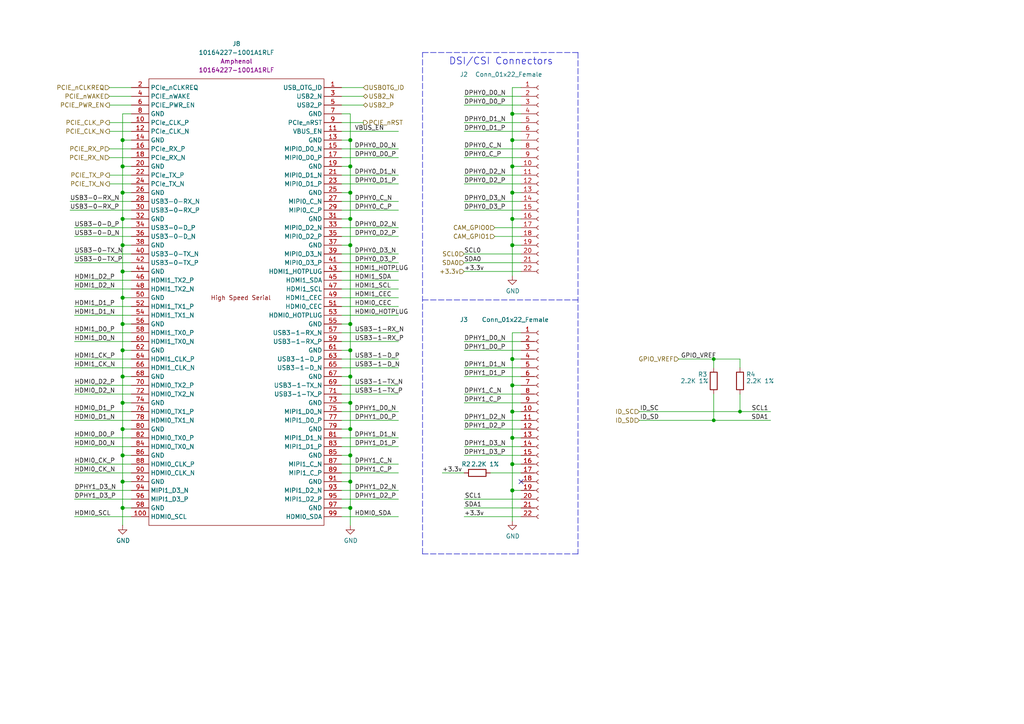
<source format=kicad_sch>
(kicad_sch (version 20231120) (generator "eeschema") (generator_version "8.0")
  (paper "A4")
  (title_block (title "Compute Module 5 IO Board - CM5 - Highspeed") (rev "1") (company "Copyright © 2024 Raspberry Pi Ltd.") (comment 1 "www.raspberrypi.com"))
  (lib_symbols
    (symbol "Connector:Conn_01x22_Socket" (pin_names (offset 1.016) hide)
      (property "Reference" "J" (at 0 27.94 0))
      (property "Value" "Conn_01x22_Socket" (at 0 -30.48 0))
      (symbol "Conn_01x22_Socket_1_1"
        (arc (start 0 -27.432) (mid -0.5058 -27.94) (end 0 -28.448) (stroke (width 0.1524)))
        (arc (start 0 -24.892) (mid -0.5058 -25.4) (end 0 -25.908) (stroke (width 0.1524)))
        (arc (start 0 -22.352) (mid -0.5058 -22.86) (end 0 -23.368) (stroke (width 0.1524)))
        (arc (start 0 -19.812) (mid -0.5058 -20.32) (end 0 -20.828) (stroke (width 0.1524)))
        (arc (start 0 -17.272) (mid -0.5058 -17.78) (end 0 -18.288) (stroke (width 0.1524)))
        (arc (start 0 -14.732) (mid -0.5058 -15.24) (end 0 -15.748) (stroke (width 0.1524)))
        (arc (start 0 -12.192) (mid -0.5058 -12.7) (end 0 -13.208) (stroke (width 0.1524)))
        (arc (start 0 -9.652) (mid -0.5058 -10.16) (end 0 -10.668) (stroke (width 0.1524)))
        (arc (start 0 -7.112) (mid -0.5058 -7.62) (end 0 -8.128) (stroke (width 0.1524)))
        (arc (start 0 -4.572) (mid -0.5058 -5.08) (end 0 -5.588) (stroke (width 0.1524)))
        (arc (start 0 -2.032) (mid -0.5058 -2.54) (end 0 -3.048) (stroke (width 0.1524)))
        (polyline (pts (xy -1.27 -27.94) (xy -0.508 -27.94)) (stroke (width 0.1524)))
        (polyline (pts (xy -1.27 -25.4) (xy -0.508 -25.4)) (stroke (width 0.1524)))
        (polyline (pts (xy -1.27 -22.86) (xy -0.508 -22.86)) (stroke (width 0.1524)))
        (polyline (pts (xy -1.27 -20.32) (xy -0.508 -20.32)) (stroke (width 0.1524)))
        (polyline (pts (xy -1.27 -17.78) (xy -0.508 -17.78)) (stroke (width 0.1524)))
        (polyline (pts (xy -1.27 -15.24) (xy -0.508 -15.24)) (stroke (width 0.1524)))
        (polyline (pts (xy -1.27 -12.7) (xy -0.508 -12.7)) (stroke (width 0.1524)))
        (polyline (pts (xy -1.27 -10.16) (xy -0.508 -10.16)) (stroke (width 0.1524)))
        (polyline (pts (xy -1.27 -7.62) (xy -0.508 -7.62)) (stroke (width 0.1524)))
        (polyline (pts (xy -1.27 -5.08) (xy -0.508 -5.08)) (stroke (width 0.1524)))
        (polyline (pts (xy -1.27 -2.54) (xy -0.508 -2.54)) (stroke (width 0.1524)))
        (polyline (pts (xy -1.27 0) (xy -0.508 0)) (stroke (width 0.1524)))
        (polyline (pts (xy -1.27 2.54) (xy -0.508 2.54)) (stroke (width 0.1524)))
        (polyline (pts (xy -1.27 5.08) (xy -0.508 5.08)) (stroke (width 0.1524)))
        (polyline (pts (xy -1.27 7.62) (xy -0.508 7.62)) (stroke (width 0.1524)))
        (polyline (pts (xy -1.27 10.16) (xy -0.508 10.16)) (stroke (width 0.1524)))
        (polyline (pts (xy -1.27 12.7) (xy -0.508 12.7)) (stroke (width 0.1524)))
        (polyline (pts (xy -1.27 15.24) (xy -0.508 15.24)) (stroke (width 0.1524)))
        (polyline (pts (xy -1.27 17.78) (xy -0.508 17.78)) (stroke (width 0.1524)))
        (polyline (pts (xy -1.27 20.32) (xy -0.508 20.32)) (stroke (width 0.1524)))
        (polyline (pts (xy -1.27 22.86) (xy -0.508 22.86)) (stroke (width 0.1524)))
        (polyline (pts (xy -1.27 25.4) (xy -0.508 25.4)) (stroke (width 0.1524)))
        (arc (start 0 0.508) (mid -0.5058 0) (end 0 -0.508) (stroke (width 0.1524)))
        (arc (start 0 3.048) (mid -0.5058 2.54) (end 0 2.032) (stroke (width 0.1524)))
        (arc (start 0 5.588) (mid -0.5058 5.08) (end 0 4.572) (stroke (width 0.1524)))
        (arc (start 0 8.128) (mid -0.5058 7.62) (end 0 7.112) (stroke (width 0.1524)))
        (arc (start 0 10.668) (mid -0.5058 10.16) (end 0 9.652) (stroke (width 0.1524)))
        (arc (start 0 13.208) (mid -0.5058 12.7) (end 0 12.192) (stroke (width 0.1524)))
        (arc (start 0 15.748) (mid -0.5058 15.24) (end 0 14.732) (stroke (width 0.1524)))
        (arc (start 0 18.288) (mid -0.5058 17.78) (end 0 17.272) (stroke (width 0.1524)))
        (arc (start 0 20.828) (mid -0.5058 20.32) (end 0 19.812) (stroke (width 0.1524)))
        (arc (start 0 23.368) (mid -0.5058 22.86) (end 0 22.352) (stroke (width 0.1524)))
        (arc (start 0 25.908) (mid -0.5058 25.4) (end 0 24.892) (stroke (width 0.1524)))
        (pin passive line (at -5.08 25.4 0) (length 3.81) (name "Pin_1") (number "1"))
        (pin passive line (at -5.08 2.54 0) (length 3.81) (name "Pin_10") (number "10"))
        (pin passive line (at -5.08 0 0) (length 3.81) (name "Pin_11") (number "11"))
        (pin passive line (at -5.08 -2.54 0) (length 3.81) (name "Pin_12") (number "12"))
        (pin passive line (at -5.08 -5.08 0) (length 3.81) (name "Pin_13") (number "13"))
        (pin passive line (at -5.08 -7.62 0) (length 3.81) (name "Pin_14") (number "14"))
        (pin passive line (at -5.08 -10.16 0) (length 3.81) (name "Pin_15") (number "15"))
        (pin passive line (at -5.08 -12.7 0) (length 3.81) (name "Pin_16") (number "16"))
        (pin passive line (at -5.08 -15.24 0) (length 3.81) (name "Pin_17") (number "17"))
        (pin passive line (at -5.08 -17.78 0) (length 3.81) (name "Pin_18") (number "18"))
        (pin passive line (at -5.08 -20.32 0) (length 3.81) (name "Pin_19") (number "19"))
        (pin passive line (at -5.08 22.86 0) (length 3.81) (name "Pin_2") (number "2"))
        (pin passive line (at -5.08 -22.86 0) (length 3.81) (name "Pin_20") (number "20"))
        (pin passive line (at -5.08 -25.4 0) (length 3.81) (name "Pin_21") (number "21"))
        (pin passive line (at -5.08 -27.94 0) (length 3.81) (name "Pin_22") (number "22"))
        (pin passive line (at -5.08 20.32 0) (length 3.81) (name "Pin_3") (number "3"))
        (pin passive line (at -5.08 17.78 0) (length 3.81) (name "Pin_4") (number "4"))
        (pin passive line (at -5.08 15.24 0) (length 3.81) (name "Pin_5") (number "5"))
        (pin passive line (at -5.08 12.7 0) (length 3.81) (name "Pin_6") (number "6"))
        (pin passive line (at -5.08 10.16 0) (length 3.81) (name "Pin_7") (number "7"))
        (pin passive line (at -5.08 7.62 0) (length 3.81) (name "Pin_8") (number "8"))
        (pin passive line (at -5.08 5.08 0) (length 3.81) (name "Pin_9") (number "9"))
      )
    )
    (symbol "Device:R" (pin_numbers hide) (pin_names (offset 0))
      (property "Reference" "R" (at 2.032 0 90))
      (property "Value" "R" (at 0 0 90))
      (symbol "R_0_1"
        (rectangle (start -1.016 -2.54) (end 1.016 2.54) (stroke (width 0.254)))
      )
      (symbol "R_1_1"
        (pin passive line (at 0 3.81 270) (length 1.27) (name "~") (number "1"))
        (pin passive line (at 0 -3.81 90) (length 1.27) (name "~") (number "2"))
      )
    )
    (symbol "cm5_b:CM5_b"
      (property "Reference" "J" (at 113.03 -68.58 0))
      (property "Value" "CM5_b" (at 140.97 2.54 0))
      (property "Field4" "Amphenol" (at 0 0 0))
      (property "Field5" "2x 10164227-1001A1RLF" (at 0 -2.54 0))
      (symbol "CM5_b_1_1"
        (rectangle (start -25.4 -63.5) (end 25.4 66.04))
        (text "High Speed Serial" (at 1.27 2.54 0) (effects (font (size 1.27 1.27))))
        (pin input line (at 30.48 63.5 180) (length 5.08) (name "USB_OTG_ID") (number "1"))
        (pin output line (at -30.48 53.34 0) (length 5.08) (name "PCIe_CLK_P") (number "10"))
        (pin open_collector line (at -30.48 -60.96 0) (length 5.08) (name "HDMI0_SCL") (number "100"))
        (pin output line (at 30.48 50.8 180) (length 5.08) (name "VBUS_EN") (number "11"))
        (pin output line (at -30.48 50.8 0) (length 5.08) (name "PCIe_CLK_N") (number "12"))
        (pin power_in line (at 30.48 48.26 180) (length 5.08) (name "GND") (number "13"))
        (pin power_in line (at -30.48 48.26 0) (length 5.08) (name "GND") (number "14"))
        (pin input line (at 30.48 45.72 180) (length 5.08) (name "MIPI0_D0_N") (number "15"))
        (pin input line (at -30.48 45.72 0) (length 5.08) (name "PCIe_RX_P") (number "16"))
        (pin input line (at 30.48 43.18 180) (length 5.08) (name "MIPI0_D0_P") (number "17"))
        (pin input line (at -30.48 43.18 0) (length 5.08) (name "PCIe_RX_N") (number "18"))
        (pin power_in line (at 30.48 40.64 180) (length 5.08) (name "GND") (number "19"))
        (pin input line (at -30.48 63.5 0) (length 5.08) (name "PCIe_nCLKREQ") (number "2"))
        (pin power_in line (at -30.48 40.64 0) (length 5.08) (name "GND") (number "20"))
        (pin input line (at 30.48 38.1 180) (length 5.08) (name "MIPI0_D1_N") (number "21"))
        (pin output line (at -30.48 38.1 0) (length 5.08) (name "PCIe_TX_P") (number "22"))
        (pin input line (at 30.48 35.56 180) (length 5.08) (name "MIPI0_D1_P") (number "23"))
        (pin output line (at -30.48 35.56 0) (length 5.08) (name "PCIe_TX_N") (number "24"))
        (pin power_in line (at 30.48 33.02 180) (length 5.08) (name "GND") (number "25"))
        (pin power_in line (at -30.48 33.02 0) (length 5.08) (name "GND") (number "26"))
        (pin input line (at 30.48 30.48 180) (length 5.08) (name "MIPI0_C_N") (number "27"))
        (pin input line (at -30.48 30.48 0) (length 5.08) (name "USB3-0-RX_N") (number "28"))
        (pin input line (at 30.48 27.94 180) (length 5.08) (name "MIPI0_C_P") (number "29"))
        (pin passive line (at 30.48 60.96 180) (length 5.08) (name "USB2_N") (number "3"))
        (pin input line (at -30.48 27.94 0) (length 5.08) (name "USB3-0-RX_P") (number "30"))
        (pin power_in line (at 30.48 25.4 180) (length 5.08) (name "GND") (number "31"))
        (pin power_in line (at -30.48 25.4 0) (length 5.08) (name "GND") (number "32"))
        (pin input line (at 30.48 22.86 180) (length 5.08) (name "MIPI0_D2_N") (number "33"))
        (pin passive line (at -30.48 22.86 0) (length 5.08) (name "USB3-0-D_P") (number "34"))
        (pin input line (at 30.48 20.32 180) (length 5.08) (name "MIPI0_D2_P") (number "35"))
        (pin passive line (at -30.48 20.32 0) (length 5.08) (name "USB3-0-D_N") (number "36"))
        (pin power_in line (at 30.48 17.78 180) (length 5.08) (name "GND") (number "37"))
        (pin power_in line (at -30.48 17.78 0) (length 5.08) (name "GND") (number "38"))
        (pin input line (at 30.48 15.24 180) (length 5.08) (name "MIPI0_D3_N") (number "39"))
        (pin input line (at -30.48 60.96 0) (length 5.08) (name "PCIE_nWAKE") (number "4"))
        (pin output line (at -30.48 15.24 0) (length 5.08) (name "USB3-0-TX_N") (number "40"))
        (pin input line (at 30.48 12.7 180) (length 5.08) (name "MIPI0_D3_P") (number "41"))
        (pin output line (at -30.48 12.7 0) (length 5.08) (name "USB3-0-TX_P") (number "42"))
        (pin input line (at 30.48 10.16 180) (length 5.08) (name "HDMI1_HOTPLUG") (number "43"))
        (pin power_in line (at -30.48 10.16 0) (length 5.08) (name "GND") (number "44"))
        (pin bidirectional line (at 30.48 7.62 180) (length 5.08) (name "HDMI1_SDA") (number "45"))
        (pin output line (at -30.48 7.62 0) (length 5.08) (name "HDMI1_TX2_P") (number "46"))
        (pin open_collector line (at 30.48 5.08 180) (length 5.08) (name "HDMI1_SCL") (number "47"))
        (pin output line (at -30.48 5.08 0) (length 5.08) (name "HDMI1_TX2_N") (number "48"))
        (pin open_collector line (at 30.48 2.54 180) (length 5.08) (name "HDMI1_CEC") (number "49"))
        (pin passive line (at 30.48 58.42 180) (length 5.08) (name "USB2_P") (number "5"))
        (pin power_in line (at -30.48 2.54 0) (length 5.08) (name "GND") (number "50"))
        (pin open_collector line (at 30.48 0 180) (length 5.08) (name "HDMI0_CEC") (number "51"))
        (pin output line (at -30.48 0 0) (length 5.08) (name "HDMI1_TX1_P") (number "52"))
        (pin input line (at 30.48 -2.54 180) (length 5.08) (name "HDMI0_HOTPLUG") (number "53"))
        (pin output line (at -30.48 -2.54 0) (length 5.08) (name "HDMI1_TX1_N") (number "54"))
        (pin power_in line (at 30.48 -5.08 180) (length 5.08) (name "GND") (number "55"))
        (pin power_in line (at -30.48 -5.08 0) (length 5.08) (name "GND") (number "56"))
        (pin input line (at 30.48 -7.62 180) (length 5.08) (name "USB3-1-RX_N") (number "57"))
        (pin output line (at -30.48 -7.62 0) (length 5.08) (name "HDMI1_TX0_P") (number "58"))
        (pin input line (at 30.48 -10.16 180) (length 5.08) (name "USB3-1-RX_P") (number "59"))
        (pin output line (at -30.48 58.42 0) (length 5.08) (name "PCIE_PWR_EN") (number "6"))
        (pin output line (at -30.48 -10.16 0) (length 5.08) (name "HDMI1_TX0_N") (number "60"))
        (pin power_in line (at 30.48 -12.7 180) (length 5.08) (name "GND") (number "61"))
        (pin power_in line (at -30.48 -12.7 0) (length 5.08) (name "GND") (number "62"))
        (pin passive line (at 30.48 -15.24 180) (length 5.08) (name "USB3-1-D_P") (number "63"))
        (pin output line (at -30.48 -15.24 0) (length 5.08) (name "HDMI1_CLK_P") (number "64"))
        (pin passive line (at 30.48 -17.78 180) (length 5.08) (name "USB3-1-D_N") (number "65"))
        (pin output line (at -30.48 -17.78 0) (length 5.08) (name "HDMI1_CLK_N") (number "66"))
        (pin power_in line (at 30.48 -20.32 180) (length 5.08) (name "GND") (number "67"))
        (pin power_in line (at -30.48 -20.32 0) (length 5.08) (name "GND") (number "68"))
        (pin output line (at 30.48 -22.86 180) (length 5.08) (name "USB3-1-TX_N") (number "69"))
        (pin power_in line (at 30.48 55.88 180) (length 5.08) (name "GND") (number "7"))
        (pin output line (at -30.48 -22.86 0) (length 5.08) (name "HDMI0_TX2_P") (number "70"))
        (pin output line (at 30.48 -25.4 180) (length 5.08) (name "USB3-1-TX_P") (number "71"))
        (pin output line (at -30.48 -25.4 0) (length 5.08) (name "HDMI0_TX2_N") (number "72"))
        (pin power_in line (at 30.48 -27.94 180) (length 5.08) (name "GND") (number "73"))
        (pin power_in line (at -30.48 -27.94 0) (length 5.08) (name "GND") (number "74"))
        (pin output line (at 30.48 -30.48 180) (length 5.08) (name "MIPI1_D0_N") (number "75"))
        (pin output line (at -30.48 -30.48 0) (length 5.08) (name "HDMI0_TX1_P") (number "76"))
        (pin output line (at 30.48 -33.02 180) (length 5.08) (name "MIPI1_D0_P") (number "77"))
        (pin output line (at -30.48 -33.02 0) (length 5.08) (name "HDMI0_TX1_N") (number "78"))
        (pin power_in line (at 30.48 -35.56 180) (length 5.08) (name "GND") (number "79"))
        (pin power_in line (at -30.48 55.88 0) (length 5.08) (name "GND") (number "8"))
        (pin power_in line (at -30.48 -35.56 0) (length 5.08) (name "GND") (number "80"))
        (pin output line (at 30.48 -38.1 180) (length 5.08) (name "MIPI1_D1_N") (number "81"))
        (pin output line (at -30.48 -38.1 0) (length 5.08) (name "HDMI0_TX0_P") (number "82"))
        (pin output line (at 30.48 -40.64 180) (length 5.08) (name "MIPI1_D1_P") (number "83"))
        (pin output line (at -30.48 -40.64 0) (length 5.08) (name "HDMI0_TX0_N") (number "84"))
        (pin power_in line (at 30.48 -43.18 180) (length 5.08) (name "GND") (number "85"))
        (pin power_in line (at -30.48 -43.18 0) (length 5.08) (name "GND") (number "86"))
        (pin output line (at 30.48 -45.72 180) (length 5.08) (name "MIPI1_C_N") (number "87"))
        (pin output line (at -30.48 -45.72 0) (length 5.08) (name "HDMI0_CLK_P") (number "88"))
        (pin output line (at 30.48 -48.26 180) (length 5.08) (name "MIPI1_C_P") (number "89"))
        (pin output line (at 30.48 53.34 180) (length 5.08) (name "PCIe_nRST") (number "9"))
        (pin output line (at -30.48 -48.26 0) (length 5.08) (name "HDMI0_CLK_N") (number "90"))
        (pin power_in line (at 30.48 -50.8 180) (length 5.08) (name "GND") (number "91"))
        (pin power_in line (at -30.48 -50.8 0) (length 5.08) (name "GND") (number "92"))
        (pin output line (at 30.48 -53.34 180) (length 5.08) (name "MIPI1_D2_N") (number "93"))
        (pin output line (at -30.48 -53.34 0) (length 5.08) (name "MIPI1_D3_N") (number "94"))
        (pin output line (at 30.48 -55.88 180) (length 5.08) (name "MIPI1_D2_P") (number "95"))
        (pin output line (at -30.48 -55.88 0) (length 5.08) (name "MIPI1_D3_P") (number "96"))
        (pin power_in line (at 30.48 -58.42 180) (length 5.08) (name "GND") (number "97"))
        (pin power_in line (at -30.48 -58.42 0) (length 5.08) (name "GND") (number "98"))
        (pin bidirectional line (at 30.48 -60.96 180) (length 5.08) (name "HDMI0_SDA") (number "99"))
      )
    )
    (symbol "power:GND" (power) (pin_numbers hide) (pin_names (offset 0) hide)
      (property "Value" "GND" (at 0 -3.81 0))
      (symbol "GND_0_1"
        (polyline (pts (xy 0 0) (xy 0 -1.27) (xy 1.27 -1.27) (xy 0 -2.54) (xy -1.27 -1.27) (xy 0 -1.27)))
      )
      (symbol "GND_1_1"
        (pin power_in line (at 0 0 270) (length 0) (name "~") (number "1"))
      )
    )
  )
  (junction (at 148.59 33.02) (diameter 1.016))
  (junction (at 207.01 104.14))
  (junction (at 35.56 147.32) (diameter 1.016))
  (junction (at 35.56 132.08) (diameter 1.016))
  (junction (at 148.59 119.38) (diameter 1.016))
  (junction (at 101.6 132.08) (diameter 1.016))
  (junction (at 35.56 71.12) (diameter 1.016))
  (junction (at 101.6 55.88) (diameter 1.016))
  (junction (at 148.59 142.24) (diameter 1.016))
  (junction (at 148.59 134.62) (diameter 1.016))
  (junction (at 101.6 147.32) (diameter 1.016))
  (junction (at 35.56 40.64) (diameter 1.016))
  (junction (at 148.59 104.14) (diameter 1.016))
  (junction (at 101.6 40.64) (diameter 1.016))
  (junction (at 148.59 55.88) (diameter 1.016))
  (junction (at 35.56 55.88) (diameter 1.016))
  (junction (at 101.6 101.6) (diameter 1.016))
  (junction (at 101.6 124.46) (diameter 1.016))
  (junction (at 148.59 48.26) (diameter 1.016))
  (junction (at 214.63 119.38))
  (junction (at 35.56 78.74) (diameter 1.016))
  (junction (at 101.6 116.84) (diameter 1.016))
  (junction (at 148.59 127) (diameter 1.016))
  (junction (at 35.56 48.26) (diameter 1.016))
  (junction (at 101.6 63.5) (diameter 1.016))
  (junction (at 207.01 121.92))
  (junction (at 101.6 48.26) (diameter 1.016))
  (junction (at 35.56 139.7) (diameter 1.016))
  (junction (at 101.6 139.7) (diameter 1.016))
  (junction (at 148.59 63.5) (diameter 1.016))
  (junction (at 101.6 93.98) (diameter 1.016))
  (junction (at 35.56 101.6) (diameter 1.016))
  (junction (at 35.56 116.84) (diameter 1.016))
  (junction (at 35.56 86.36) (diameter 1.016))
  (junction (at 101.6 71.12) (diameter 1.016))
  (junction (at 101.6 109.22) (diameter 1.016))
  (junction (at 35.56 63.5) (diameter 1.016))
  (junction (at 148.59 111.76) (diameter 1.016))
  (junction (at 35.56 93.98) (diameter 1.016))
  (junction (at 148.59 40.64) (diameter 1.016))
  (junction (at 148.59 71.12) (diameter 1.016))
  (junction (at 35.56 124.46) (diameter 1.016))
  (junction (at 35.56 109.22) (diameter 1.016))
  (no_connect (at 151.13 139.7))
  (wire (pts (xy 134.62 109.22) (xy 151.13 109.22)))
  (wire (pts (xy 99.06 144.78) (xy 115.57 144.78)))
  (wire (pts (xy 21.59 111.76) (xy 38.1 111.76)))
  (wire (pts (xy 21.59 142.24) (xy 38.1 142.24)))
  (wire (pts (xy 148.59 40.64) (xy 148.59 48.26)))
  (wire (pts (xy 99.06 38.1) (xy 115.57 38.1)))
  (wire (pts (xy 35.56 63.5) (xy 35.56 71.12)))
  (wire (pts (xy 35.56 139.7) (xy 35.56 147.32)))
  (wire (pts (xy 35.56 33.02) (xy 35.56 40.64)))
  (wire (pts (xy 35.56 86.36) (xy 35.56 93.98)))
  (wire (pts (xy 21.59 119.38) (xy 38.1 119.38)))
  (wire (pts (xy 35.56 71.12) (xy 35.56 78.74)))
  (wire (pts (xy 35.56 101.6) (xy 35.56 109.22)))
  (wire (pts (xy 101.6 48.26) (xy 101.6 40.64)))
  (wire (pts (xy 134.62 132.08) (xy 151.13 132.08)))
  (wire (pts (xy 99.06 30.48) (xy 105.41 30.48)))
  (wire (pts (xy 35.56 86.36) (xy 38.1 86.36)))
  (wire (pts (xy 148.59 104.14) (xy 148.59 111.76)))
  (wire (pts (xy 148.59 63.5) (xy 151.13 63.5)))
  (wire (pts (xy 148.59 33.02) (xy 148.59 40.64)))
  (wire (pts (xy 35.56 109.22) (xy 35.56 116.84)))
  (wire (pts (xy 35.56 48.26) (xy 35.56 55.88)))
  (wire (pts (xy 35.56 132.08) (xy 38.1 132.08)))
  (wire (pts (xy 101.6 71.12) (xy 101.6 63.5)))
  (wire (pts (xy 99.06 119.38) (xy 115.57 119.38)))
  (polyline (pts (xy 167.64 15.24) (xy 167.64 160.655)) (stroke (width 0) (type dash)))
  (wire (pts (xy 31.75 38.1) (xy 38.1 38.1)))
  (wire (pts (xy 35.56 109.22) (xy 38.1 109.22)))
  (wire (pts (xy 38.1 147.32) (xy 35.56 147.32)))
  (wire (pts (xy 148.59 55.88) (xy 148.59 63.5)))
  (wire (pts (xy 207.01 104.14) (xy 214.63 104.14)))
  (wire (pts (xy 99.06 101.6) (xy 101.6 101.6)))
  (wire (pts (xy 148.59 48.26) (xy 151.13 48.26)))
  (wire (pts (xy 35.56 55.88) (xy 35.56 63.5)))
  (wire (pts (xy 196.85 104.14) (xy 207.01 104.14)))
  (wire (pts (xy 21.59 114.3) (xy 38.1 114.3)))
  (wire (pts (xy 207.01 114.3) (xy 207.01 121.92)))
  (wire (pts (xy 31.75 27.94) (xy 38.1 27.94)))
  (wire (pts (xy 99.06 40.64) (xy 101.6 40.64)))
  (wire (pts (xy 134.62 99.06) (xy 151.13 99.06)))
  (wire (pts (xy 151.13 73.66) (xy 134.62 73.66)))
  (wire (pts (xy 21.59 73.66) (xy 38.1 73.66)))
  (wire (pts (xy 21.59 127) (xy 38.1 127)))
  (wire (pts (xy 21.59 66.04) (xy 38.1 66.04)))
  (wire (pts (xy 207.01 104.14) (xy 207.01 106.68)))
  (wire (pts (xy 101.6 124.46) (xy 101.6 132.08)))
  (wire (pts (xy 148.59 96.52) (xy 148.59 104.14)))
  (wire (pts (xy 99.06 149.86) (xy 115.57 149.86)))
  (wire (pts (xy 214.63 104.14) (xy 214.63 106.68)))
  (wire (pts (xy 101.6 116.84) (xy 101.6 124.46)))
  (wire (pts (xy 134.62 114.3) (xy 151.13 114.3)))
  (wire (pts (xy 99.06 86.36) (xy 115.57 86.36)))
  (wire (pts (xy 21.59 129.54) (xy 38.1 129.54)))
  (wire (pts (xy 99.06 78.74) (xy 115.57 78.74)))
  (wire (pts (xy 21.59 76.2) (xy 38.1 76.2)))
  (wire (pts (xy 101.6 147.32) (xy 101.6 152.4)))
  (wire (pts (xy 99.06 50.8) (xy 115.57 50.8)))
  (wire (pts (xy 38.1 43.18) (xy 31.75 43.18)))
  (wire (pts (xy 99.06 76.2) (xy 115.57 76.2)))
  (wire (pts (xy 31.75 30.48) (xy 38.1 30.48)))
  (wire (pts (xy 99.06 132.08) (xy 101.6 132.08)))
  (wire (pts (xy 31.75 53.34) (xy 38.1 53.34)))
  (wire (pts (xy 148.59 119.38) (xy 148.59 127)))
  (wire (pts (xy 99.06 88.9) (xy 115.57 88.9)))
  (wire (pts (xy 142.24 137.16) (xy 151.13 137.16)))
  (wire (pts (xy 35.56 63.5) (xy 38.1 63.5)))
  (wire (pts (xy 143.51 68.58) (xy 151.13 68.58)))
  (wire (pts (xy 148.59 134.62) (xy 151.13 134.62)))
  (wire (pts (xy 99.06 48.26) (xy 101.6 48.26)))
  (wire (pts (xy 134.62 58.42) (xy 151.13 58.42)))
  (wire (pts (xy 21.59 99.06) (xy 38.1 99.06)))
  (wire (pts (xy 134.62 35.56) (xy 151.13 35.56)))
  (wire (pts (xy 151.13 147.32) (xy 134.62 147.32)))
  (wire (pts (xy 134.62 106.68) (xy 151.13 106.68)))
  (wire (pts (xy 38.1 45.72) (xy 31.75 45.72)))
  (wire (pts (xy 101.6 93.98) (xy 101.6 101.6)))
  (wire (pts (xy 134.62 53.34) (xy 151.13 53.34)))
  (wire (pts (xy 134.62 38.1) (xy 151.13 38.1)))
  (wire (pts (xy 35.56 116.84) (xy 35.56 124.46)))
  (wire (pts (xy 21.59 83.82) (xy 38.1 83.82)))
  (wire (pts (xy 35.56 40.64) (xy 38.1 40.64)))
  (polyline (pts (xy 122.555 86.995) (xy 167.64 86.995)) (stroke (width 0) (type dash)))
  (wire (pts (xy 38.1 139.7) (xy 35.56 139.7)))
  (wire (pts (xy 151.13 149.86) (xy 134.62 149.86)))
  (wire (pts (xy 99.06 73.66) (xy 115.57 73.66)))
  (wire (pts (xy 148.59 111.76) (xy 148.59 119.38)))
  (wire (pts (xy 99.06 45.72) (xy 115.57 45.72)))
  (wire (pts (xy 21.59 134.62) (xy 38.1 134.62)))
  (wire (pts (xy 134.62 129.54) (xy 151.13 129.54)))
  (wire (pts (xy 148.59 127) (xy 151.13 127)))
  (wire (pts (xy 148.59 25.4) (xy 148.59 33.02)))
  (wire (pts (xy 35.56 124.46) (xy 38.1 124.46)))
  (wire (pts (xy 207.01 121.92) (xy 223.52 121.92)))
  (wire (pts (xy 99.06 68.58) (xy 115.57 68.58)))
  (wire (pts (xy 99.06 55.88) (xy 101.6 55.88)))
  (wire (pts (xy 148.59 71.12) (xy 151.13 71.12)))
  (wire (pts (xy 148.59 142.24) (xy 148.59 151.13)))
  (wire (pts (xy 99.06 58.42) (xy 115.57 58.42)))
  (wire (pts (xy 148.59 119.38) (xy 151.13 119.38)))
  (wire (pts (xy 99.06 116.84) (xy 101.6 116.84)))
  (wire (pts (xy 99.06 93.98) (xy 101.6 93.98)))
  (wire (pts (xy 185.42 119.38) (xy 214.63 119.38)))
  (wire (pts (xy 148.59 71.12) (xy 148.59 80.01)))
  (wire (pts (xy 31.75 35.56) (xy 38.1 35.56)))
  (wire (pts (xy 101.6 139.7) (xy 101.6 147.32)))
  (wire (pts (xy 101.6 55.88) (xy 101.6 48.26)))
  (wire (pts (xy 31.75 25.4) (xy 38.1 25.4)))
  (wire (pts (xy 148.59 134.62) (xy 148.59 142.24)))
  (wire (pts (xy 134.62 60.96) (xy 151.13 60.96)))
  (wire (pts (xy 99.06 134.62) (xy 115.57 134.62)))
  (wire (pts (xy 99.06 91.44) (xy 115.57 91.44)))
  (wire (pts (xy 31.75 50.8) (xy 38.1 50.8)))
  (wire (pts (xy 134.62 121.92) (xy 151.13 121.92)))
  (wire (pts (xy 151.13 78.74) (xy 134.62 78.74)))
  (wire (pts (xy 99.06 66.04) (xy 115.57 66.04)))
  (wire (pts (xy 21.59 88.9) (xy 38.1 88.9)))
  (wire (pts (xy 134.62 27.94) (xy 151.13 27.94)))
  (wire (pts (xy 151.13 96.52) (xy 148.59 96.52)))
  (wire (pts (xy 101.6 109.22) (xy 101.6 116.84)))
  (wire (pts (xy 99.06 43.18) (xy 115.57 43.18)))
  (wire (pts (xy 38.1 106.68) (xy 21.59 106.68)))
  (wire (pts (xy 35.56 93.98) (xy 38.1 93.98)))
  (wire (pts (xy 35.56 116.84) (xy 38.1 116.84)))
  (wire (pts (xy 134.62 50.8) (xy 151.13 50.8)))
  (wire (pts (xy 99.06 63.5) (xy 101.6 63.5)))
  (wire (pts (xy 38.1 33.02) (xy 35.56 33.02)))
  (polyline (pts (xy 122.555 15.24) (xy 168.148 15.24)) (stroke (width 0) (type dash)))
  (wire (pts (xy 21.59 144.78) (xy 38.1 144.78)))
  (wire (pts (xy 99.06 142.24) (xy 115.57 142.24)))
  (wire (pts (xy 151.13 144.78) (xy 134.62 144.78)))
  (wire (pts (xy 148.59 40.64) (xy 151.13 40.64)))
  (wire (pts (xy 35.56 71.12) (xy 38.1 71.12)))
  (wire (pts (xy 35.56 124.46) (xy 35.56 132.08)))
  (wire (pts (xy 99.06 60.96) (xy 115.57 60.96)))
  (wire (pts (xy 99.06 127) (xy 115.57 127)))
  (wire (pts (xy 214.63 119.38) (xy 223.52 119.38)))
  (wire (pts (xy 35.56 101.6) (xy 38.1 101.6)))
  (wire (pts (xy 148.59 33.02) (xy 151.13 33.02)))
  (wire (pts (xy 20.32 60.96) (xy 38.1 60.96)))
  (wire (pts (xy 99.06 124.46) (xy 101.6 124.46)))
  (wire (pts (xy 148.59 104.14) (xy 151.13 104.14)))
  (wire (pts (xy 35.56 55.88) (xy 38.1 55.88)))
  (wire (pts (xy 99.06 96.52) (xy 115.57 96.52)))
  (wire (pts (xy 115.57 99.06) (xy 99.06 99.06)))
  (wire (pts (xy 21.59 96.52) (xy 38.1 96.52)))
  (wire (pts (xy 21.59 149.86) (xy 38.1 149.86)))
  (wire (pts (xy 134.62 30.48) (xy 151.13 30.48)))
  (wire (pts (xy 99.06 109.22) (xy 101.6 109.22)))
  (wire (pts (xy 151.13 25.4) (xy 148.59 25.4)))
  (wire (pts (xy 214.63 114.3) (xy 214.63 119.38)))
  (wire (pts (xy 99.06 81.28) (xy 115.57 81.28)))
  (wire (pts (xy 143.51 66.04) (xy 151.13 66.04)))
  (wire (pts (xy 99.06 53.34) (xy 115.57 53.34)))
  (wire (pts (xy 21.59 91.44) (xy 38.1 91.44)))
  (wire (pts (xy 35.56 132.08) (xy 35.56 139.7)))
  (wire (pts (xy 134.62 101.6) (xy 151.13 101.6)))
  (wire (pts (xy 99.06 129.54) (xy 115.57 129.54)))
  (wire (pts (xy 99.06 27.94) (xy 105.41 27.94)))
  (wire (pts (xy 20.32 58.42) (xy 38.1 58.42)))
  (wire (pts (xy 101.6 40.64) (xy 101.6 33.02)))
  (wire (pts (xy 185.42 121.92) (xy 207.01 121.92)))
  (wire (pts (xy 128.27 137.16) (xy 134.62 137.16)))
  (wire (pts (xy 148.59 48.26) (xy 148.59 55.88)))
  (wire (pts (xy 101.6 63.5) (xy 101.6 55.88)))
  (wire (pts (xy 99.06 104.14) (xy 115.57 104.14)))
  (wire (pts (xy 21.59 104.14) (xy 38.1 104.14)))
  (wire (pts (xy 151.13 76.2) (xy 134.62 76.2)))
  (wire (pts (xy 99.06 106.68) (xy 115.57 106.68)))
  (wire (pts (xy 35.56 78.74) (xy 38.1 78.74)))
  (wire (pts (xy 101.6 132.08) (xy 101.6 139.7)))
  (wire (pts (xy 35.56 48.26) (xy 38.1 48.26)))
  (wire (pts (xy 99.06 35.56) (xy 105.41 35.56)))
  (wire (pts (xy 99.06 121.92) (xy 115.57 121.92)))
  (wire (pts (xy 101.6 71.12) (xy 101.6 93.98)))
  (wire (pts (xy 134.62 43.18) (xy 151.13 43.18)))
  (wire (pts (xy 35.56 93.98) (xy 35.56 101.6)))
  (wire (pts (xy 148.59 142.24) (xy 151.13 142.24)))
  (wire (pts (xy 99.06 71.12) (xy 101.6 71.12)))
  (polyline (pts (xy 122.555 160.655) (xy 122.555 15.24)) (stroke (width 0) (type dash)))
  (wire (pts (xy 21.59 68.58) (xy 38.1 68.58)))
  (wire (pts (xy 99.06 114.3) (xy 115.57 114.3)))
  (wire (pts (xy 101.6 33.02) (xy 99.06 33.02)))
  (wire (pts (xy 21.59 81.28) (xy 38.1 81.28)))
  (wire (pts (xy 148.59 63.5) (xy 148.59 71.12)))
  (wire (pts (xy 101.6 101.6) (xy 101.6 109.22)))
  (wire (pts (xy 21.59 121.92) (xy 38.1 121.92)))
  (wire (pts (xy 99.06 83.82) (xy 115.57 83.82)))
  (wire (pts (xy 35.56 78.74) (xy 35.56 86.36)))
  (wire (pts (xy 35.56 147.32) (xy 35.56 152.4)))
  (wire (pts (xy 148.59 127) (xy 148.59 134.62)))
  (wire (pts (xy 99.06 147.32) (xy 101.6 147.32)))
  (wire (pts (xy 134.62 116.84) (xy 151.13 116.84)))
  (wire (pts (xy 35.56 40.64) (xy 35.56 48.26)))
  (wire (pts (xy 148.59 55.88) (xy 151.13 55.88)))
  (wire (pts (xy 99.06 139.7) (xy 101.6 139.7)))
  (wire (pts (xy 148.59 111.76) (xy 151.13 111.76)))
  (wire (pts (xy 21.59 137.16) (xy 38.1 137.16)))
  (polyline (pts (xy 167.64 160.655) (xy 122.555 160.655)) (stroke (width 0) (type dash)))
  (wire (pts (xy 134.62 124.46) (xy 151.13 124.46)))
  (wire (pts (xy 99.06 137.16) (xy 115.57 137.16)))
  (wire (pts (xy 134.62 45.72) (xy 151.13 45.72)))
  (wire (pts (xy 99.06 111.76) (xy 115.57 111.76)))
  (wire (pts (xy 105.41 25.4) (xy 99.06 25.4)))
  (text "DSI/CSI Connectors" (at 130.175 19.05 0) (effects (font (size 2.0066 2.0066)) (justify left bottom)))
  (label "HDMI0_D1_N" (at 21.59 121.92 0))
  (label "DPHY1_D3_P" (at 21.59 144.78 0))
  (label "DPHY0_D1_P" (at 114.935 53.34 180))
  (label "DPHY0_D2_N" (at 134.62 50.8 0))
  (label "HDMI1_CEC" (at 102.87 86.36 0))
  (label "USB3-1-D_N" (at 102.87 106.68 0))
  (label "VBUS_EN" (at 102.87 38.1 0))
  (label "SDA0" (at 134.62 76.2 0))
  (label "DPHY0_D0_P" (at 114.935 45.72 180))
  (label "DPHY1_D1_P" (at 134.62 109.22 0))
  (label "DPHY1_C_N" (at 102.87 134.62 0))
  (label "DPHY1_C_N" (at 134.62 114.3 0))
  (label "DPHY0_D0_N" (at 134.62 27.94 0))
  (label "DPHY1_D3_N" (at 134.62 129.54 0))
  (label "HDMI1_D1_P" (at 21.59 88.9 0))
  (label "USB3-0-D_N" (at 21.59 68.58 0))
  (label "SCL0" (at 134.62 73.66 0))
  (label "ID_SC" (at 191.135 119.38 180))
  (label "HDMI0_D2_P" (at 21.59 111.76 0))
  (label "DPHY1_D2_N" (at 102.87 142.24 0))
  (label "+3.3v" (at 134.62 78.74 0))
  (label "ID_SD" (at 191.135 121.92 180))
  (label "SCL1" (at 139.7 144.78 180))
  (label "USB3-0-TX_N" (at 21.59 73.66 0))
  (label "USB3-1-TX_P" (at 102.87 114.3 0))
  (label "HDMI0_CK_P" (at 21.59 134.62 0))
  (label "USB3-1-RX_P" (at 102.87 99.06 0))
  (label "HDMI1_D0_P" (at 21.59 96.52 0))
  (label "USB3-0-TX_P" (at 21.59 76.2 0))
  (label "DPHY0_D3_P" (at 114.935 76.2 180))
  (label "DPHY1_D2_P" (at 134.62 124.46 0))
  (label "DPHY1_D0_P" (at 134.62 101.6 0))
  (label "USB3-0-RX_N" (at 20.32 58.42 0))
  (label "DPHY0_D0_P" (at 134.62 30.48 0))
  (label "USB3-1-TX_N" (at 102.87 111.76 0))
  (label "HDMI1_D2_N" (at 21.59 83.82 0))
  (label "DPHY0_C_P" (at 102.87 60.96 0))
  (label "DPHY1_C_P" (at 102.87 137.16 0))
  (label "HDMI0_CK_N" (at 21.59 137.16 0))
  (label "HDMI0_CEC" (at 102.87 88.9 0))
  (label "HDMI0_D2_N" (at 21.59 114.3 0))
  (label "DPHY1_D3_P" (at 134.62 132.08 0))
  (label "HDMI1_D0_N" (at 21.59 99.06 0))
  (label "DPHY1_D1_N" (at 114.935 127 180))
  (label "DPHY1_D0_N" (at 134.62 99.06 0))
  (label "DPHY0_D2_N" (at 102.87 66.04 0))
  (label "HDMI0_D1_P" (at 21.59 119.38 0))
  (label "DPHY0_D3_N" (at 114.935 73.66 180))
  (label "HDMI0_D0_P" (at 21.59 127 0))
  (label "DPHY0_C_N" (at 134.62 43.18 0))
  (label "DPHY1_D2_N" (at 134.62 121.92 0))
  (label "DPHY0_D2_P" (at 102.87 68.58 0))
  (label "HDMI1_D1_N" (at 21.59 91.44 0))
  (label "DPHY0_D2_P" (at 134.62 53.34 0))
  (label "DPHY0_D1_N" (at 114.935 50.8 180))
  (label "DPHY0_D3_P" (at 134.62 60.96 0))
  (label "HDMI1_CK_P" (at 21.59 104.14 0))
  (label "DPHY0_D1_N" (at 134.62 35.56 0))
  (label "DPHY0_D3_N" (at 134.62 58.42 0))
  (label "USB3-1-RX_N" (at 102.87 96.52 0))
  (label "HDMI1_HOTPLUG" (at 102.87 78.74 0))
  (label "HDMI1_SCL" (at 102.87 83.82 0))
  (label "USB3-0-D_P" (at 21.59 66.04 0))
  (label "HDMI0_SCL" (at 21.59 149.86 0))
  (label "DPHY1_D0_N" (at 114.935 119.38 180))
  (label "DPHY1_D0_P" (at 114.935 121.92 180))
  (label "DPHY0_D1_P" (at 134.62 38.1 0))
  (label "DPHY1_D1_N" (at 134.62 106.68 0))
  (label "SDA1" (at 139.7 147.32 180))
  (label "DPHY1_D2_P" (at 102.87 144.78 0))
  (label "USB3-0-RX_P" (at 20.32 60.96 0))
  (label "DPHY1_D1_P" (at 114.935 129.54 180))
  (label "HDMI1_D2_P" (at 21.59 81.28 0))
  (label "HDMI0_HOTPLUG" (at 102.87 91.44 0))
  (label "DPHY0_D0_N" (at 114.935 43.18 180))
  (label "DPHY0_C_P" (at 134.62 45.72 0))
  (label "+3.3v" (at 134.62 149.86 0))
  (label "SCL1" (at 222.885 119.38 180))
  (label "SDA1" (at 222.885 121.92 180))
  (label "HDMI0_D0_N" (at 21.59 129.54 0))
  (label "GPIO_VREF" (at 197.485 104.14 0))
  (label "HDMI0_SDA" (at 102.87 149.86 0))
  (label "DPHY1_C_P" (at 134.62 116.84 0))
  (label "+3.3v" (at 128.27 137.16 0))
  (label "HDMI1_CK_N" (at 21.59 106.68 0))
  (label "DPHY0_C_N" (at 102.87 58.42 0))
  (label "DPHY1_D3_N" (at 21.59 142.24 0))
  (label "USB3-1-D_P" (at 102.87 104.14 0))
  (label "HDMI1_SDA" (at 102.87 81.28 0))
  (hierarchical_label "USBOTG_ID" (shape input) (at 105.41 25.4 0))
  (hierarchical_label "PCIE_PWR_EN" (shape output) (at 31.75 30.48 180))
  (hierarchical_label "PCIE_CLK_P" (shape output) (at 31.75 35.56 180))
  (hierarchical_label "CAM_GPIO0" (shape input) (at 143.51 66.04 180))
  (hierarchical_label "PCIE_RX_N" (shape input) (at 31.75 45.72 180))
  (hierarchical_label "SCL0" (shape input) (at 134.62 73.66 180))
  (hierarchical_label "PCIE_nCLKREQ" (shape input) (at 31.75 25.4 180))
  (hierarchical_label "ID_SC" (shape input) (at 185.42 119.38 180))
  (hierarchical_label "PCIE_RX_P" (shape input) (at 31.75 43.18 180))
  (hierarchical_label "GPIO_VREF" (shape input) (at 196.85 104.14 180))
  (hierarchical_label "+3.3v" (shape input) (at 134.62 78.74 180))
  (hierarchical_label "USB2_P" (shape bidirectional) (at 105.41 30.48 0))
  (hierarchical_label "USB2_N" (shape bidirectional) (at 105.41 27.94 0))
  (hierarchical_label "PCIE_TX_P" (shape output) (at 31.75 50.8 180))
  (hierarchical_label "ID_SD" (shape input) (at 185.42 121.92 180))
  (hierarchical_label "PCIE_nWAKE" (shape input) (at 31.75 27.94 180))
  (hierarchical_label "PCIE_CLK_N" (shape output) (at 31.75 38.1 180))
  (hierarchical_label "PCIE_nRST" (shape output) (at 105.41 35.56 0))
  (hierarchical_label "CAM_GPIO1" (shape input) (at 143.51 68.58 180))
  (hierarchical_label "PCIE_TX_N" (shape output) (at 31.75 53.34 180))
  (hierarchical_label "SDA0" (shape input) (at 134.62 76.2 180))
  (symbol (lib_id "power:GND") (at 101.6 152.4 0) (unit 1)
    (property "Reference" "#PWR5" (effects (hide yes)))
    (property "Value" "GND" (at 101.727 156.7942 0))
    (property "Description" "Power symbol creates a global label with name \"GND\" , ground" (effects (hide yes)))
  )
  (symbol (lib_id "power:GND") (at 35.56 152.4 0) (unit 1)
    (property "Reference" "#PWR4" (effects (hide yes)))
    (property "Value" "GND" (at 35.687 156.7942 0))
    (property "Description" "Power symbol creates a global label with name \"GND\" , ground" (effects (hide yes)))
  )
  (symbol (lib_id "power:GND") (at 148.59 80.01 0) (unit 1)
    (property "Reference" "#PWR6" (effects (hide yes)))
    (property "Value" "GND" (at 148.717 84.4042 0))
    (property "Description" "Power symbol creates a global label with name \"GND\" , ground" (effects (hide yes)))
  )
  (symbol (lib_id "power:GND") (at 148.59 151.13 0) (unit 1)
    (property "Reference" "#PWR7" (effects (hide yes)))
    (property "Value" "GND" (at 148.717 155.5242 0))
    (property "Description" "Power symbol creates a global label with name \"GND\" , ground" (effects (hide yes)))
  )
  (symbol (lib_id "Device:R") (at 207.01 110.49 0) (unit 1)
    (property "Reference" "R3" (at 202.438 108.585 0) (effects (justify left)))
    (property "Value" "2.2K 1%" (at 197.358 110.49 0) (effects (justify left)))
    (property "Footprint" "Resistor_SMD:R_0402_1005Metric" (effects (hide yes)))
    (property "Datasheet" "https://fscdn.rohm.com/en/products/databook/datasheet/passive/resistor/chip_resistor/mcr-e.pdf" (effects (hide yes)))
    (property "Field4" "Farnell" (effects (hide yes)))
    (property "Field6" "0402WGF2201TCE" (effects (hide yes)))
    (property "Part Description" "Resistor 2.2K M1005 1% 63mW" (effects (hide yes)))
    (property "LCSC PN" "C25879" (effects (hide yes)))
  )
  (symbol (lib_id "Device:R") (at 214.63 110.49 0) (unit 1)
    (property "Reference" "R4" (at 216.408 108.585 0) (effects (justify left)))
    (property "Value" "2.2K 1%" (at 216.408 110.49 0) (effects (justify left)))
    (property "Footprint" "Resistor_SMD:R_0402_1005Metric" (effects (hide yes)))
    (property "Datasheet" "https://fscdn.rohm.com/en/products/databook/datasheet/passive/resistor/chip_resistor/mcr-e.pdf" (effects (hide yes)))
    (property "Field4" "Farnell" (effects (hide yes)))
    (property "Field6" "0402WGF2201TCE" (effects (hide yes)))
    (property "Part Description" "Resistor 2.2K M1005 1% 63mW" (effects (hide yes)))
    (property "LCSC PN" "C25879" (effects (hide yes)))
  )
  (symbol (lib_id "Connector:Conn_01x22_Socket") (at 156.21 50.8 0) (unit 1)
    (property "Reference" "J2" (at 133.35 21.59 0) (effects (justify left)))
    (property "Value" "Conn_01x22_Female" (at 137.795 21.59 0) (effects (justify left)))
    (property "Footprint" "CM5IO:Hirose_FH12-22S-0.5SH_1x22-1MP_P0.50mm_Horizontal" (effects (hide yes)))
    (property "Datasheet" "https://www.hirose.com/product/document?clcode=&productname=&series=FH12&documenttype=Catalog&lang=en&documentid=D31648_en" (effects (hide yes)))
    (property "Field4" "Mouser" (effects (hide yes)))
    (property "Field5" "798-FH12-22S-0.5SH55" (effects (hide yes)))
    (property "Field6" "FH12-22S-0.5SH55" (effects (hide yes)))
    (property "Field7" "Hirose" (effects (hide yes)))
    (property "Part Description" "22 Position FFC, FPC Connector Contacts, Bottom 0.020\" (0.50mm) Surface Mount, Right Angle" (effects (hide yes)))
    (property "LCSC PN" "C597981" (effects (hide yes)))
  )
  (symbol (lib_id "Connector:Conn_01x22_Socket") (at 156.21 121.92 0) (unit 1)
    (property "Reference" "J3" (at 133.35 92.71 0) (effects (justify left)))
    (property "Value" "Conn_01x22_Female" (at 139.7 92.71 0) (effects (justify left)))
    (property "Footprint" "CM5IO:Hirose_FH12-22S-0.5SH_1x22-1MP_P0.50mm_Horizontal" (effects (hide yes)))
    (property "Datasheet" "https://www.hirose.com/product/document?clcode=&productname=&series=FH12&documenttype=Catalog&lang=en&documentid=D31648_en" (effects (hide yes)))
    (property "Field4" "Mouser" (effects (hide yes)))
    (property "Field5" "798-FH12-22S-0.5SH55" (effects (hide yes)))
    (property "Field6" "FH12-22S-0.5SH55" (effects (hide yes)))
    (property "Field7" "Hirose" (effects (hide yes)))
    (property "Part Description" "22 Position FFC, FPC Connector Contacts, Bottom 0.020\" (0.50mm) Surface Mount, Right Angle" (effects (hide yes)))
    (property "LCSC PN" "C597981" (effects (hide yes)))
  )
  (symbol (lib_id "Device:R") (at 138.43 137.16 90) (unit 1)
    (property "Reference" "R2" (at 136.525 134.62 90) (effects (justify left)))
    (property "Value" "2.2K 1%" (at 144.78 134.62 90) (effects (justify left)))
    (property "Footprint" "Resistor_SMD:R_0402_1005Metric" (effects (hide yes)))
    (property "Datasheet" "https://fscdn.rohm.com/en/products/databook/datasheet/passive/resistor/chip_resistor/mcr-e.pdf" (effects (hide yes)))
    (property "Field4" "Farnell" (effects (hide yes)))
    (property "Field6" "0402WGF2201TCE" (effects (hide yes)))
    (property "Part Description" "Resistor 2.2K M1005 1% 63mW" (effects (hide yes)))
    (property "LCSC PN" "C25879" (effects (hide yes)))
  )
  (symbol (lib_id "cm5_b:CM5_b") (at 68.58 88.9 0) (unit 1)
    (property "Reference" "J8" (at 68.58 12.7 0))
    (property "Value" "10164227-1001A1RLF" (at 68.58 15.24 0))
    (property "Footprint" "CM5IO:CM5_connector" (effects (hide yes)))
    (property "Description" "RaspberryPi Compute module 5" (effects (hide yes)))
    (property "Field4" "Amphenol" (at 68.58 17.78 0))
    (property "Field5" "10164227-1001A1RLF" (at 68.58 20.32 0))
    (property "LCSC PN" "C6782225" (effects (hide yes)))
  )
)
</source>
